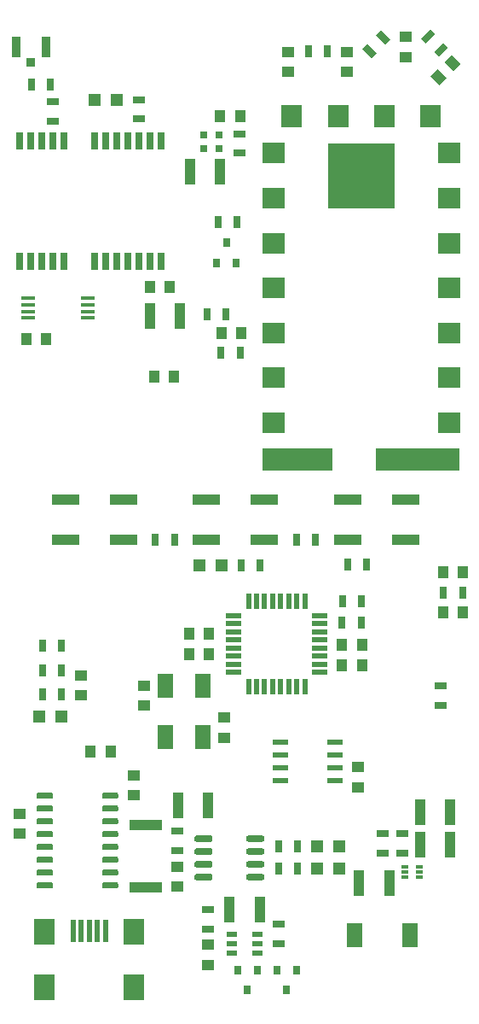
<source format=gbr>
G04 #@! TF.GenerationSoftware,KiCad,Pcbnew,(5.1.5)-3*
G04 #@! TF.CreationDate,2020-05-20T20:16:18+02:00*
G04 #@! TF.ProjectId,SAR-APRS,5341522d-4150-4525-932e-6b696361645f,rev?*
G04 #@! TF.SameCoordinates,Original*
G04 #@! TF.FileFunction,Paste,Top*
G04 #@! TF.FilePolarity,Positive*
%FSLAX46Y46*%
G04 Gerber Fmt 4.6, Leading zero omitted, Abs format (unit mm)*
G04 Created by KiCad (PCBNEW (5.1.5)-3) date 2020-05-20 20:16:18*
%MOMM*%
%LPD*%
G04 APERTURE LIST*
%ADD10R,1.000000X2.500000*%
%ADD11R,1.000000X1.250000*%
%ADD12R,0.800000X0.750000*%
%ADD13R,0.700000X0.300000*%
%ADD14R,0.950000X2.100000*%
%ADD15R,0.900000X0.950000*%
%ADD16R,0.800000X0.900000*%
%ADD17R,2.200000X2.000000*%
%ADD18R,2.000000X2.200000*%
%ADD19R,7.000000X2.200000*%
%ADD20R,8.400000X2.200000*%
%ADD21R,6.600000X6.500000*%
%ADD22R,1.550000X0.600000*%
%ADD23R,0.550000X1.600000*%
%ADD24R,1.600000X0.550000*%
%ADD25R,1.250000X1.000000*%
%ADD26C,1.000000*%
%ADD27R,0.700000X1.300000*%
%ADD28R,1.000760X0.500000*%
%ADD29R,1.000760X0.501040*%
%ADD30R,3.200000X1.000000*%
%ADD31R,2.000000X2.500000*%
%ADD32R,0.500000X2.300000*%
%ADD33R,1.300000X0.700000*%
%ADD34R,0.800000X1.800000*%
%ADD35R,1.500000X2.400000*%
%ADD36R,1.450000X0.450000*%
%ADD37R,2.750000X1.000000*%
%ADD38R,1.200000X1.200000*%
G04 APERTURE END LIST*
D10*
X123500000Y-66500000D03*
X120500000Y-66500000D03*
D11*
X123500000Y-61000000D03*
X125500000Y-61000000D03*
D12*
X121850000Y-64200000D03*
X123350000Y-64200000D03*
X121850000Y-62800000D03*
X123350000Y-62800000D03*
D13*
X143300000Y-135900000D03*
X143300000Y-136400000D03*
X141800000Y-135900000D03*
X143300000Y-135400000D03*
X141800000Y-136400000D03*
X141800000Y-135400000D03*
D10*
X143350000Y-133150000D03*
X146350000Y-133150000D03*
X140300000Y-137000000D03*
X137300000Y-137000000D03*
D14*
X103225000Y-54100000D03*
X106175000Y-54100000D03*
D15*
X104700000Y-55625000D03*
D16*
X124100000Y-73500000D03*
X125050000Y-75500000D03*
X123150000Y-75500000D03*
X130100000Y-147600000D03*
X129150000Y-145600000D03*
X131050000Y-145600000D03*
X126200000Y-147600000D03*
X125250000Y-145600000D03*
X127150000Y-145600000D03*
D17*
X128800000Y-64650000D03*
X128800000Y-69100000D03*
X128800000Y-73550000D03*
X128800000Y-78000000D03*
X128800000Y-82450000D03*
X128800000Y-86900000D03*
X128800000Y-91350000D03*
X146200000Y-64650000D03*
X146200000Y-69100000D03*
X146200000Y-73550000D03*
X146200000Y-78000000D03*
X146200000Y-82450000D03*
X146200000Y-86900000D03*
X146200000Y-91350000D03*
D18*
X130600000Y-61000000D03*
X135200000Y-61000000D03*
X139800000Y-61000000D03*
X144400000Y-61000000D03*
D19*
X131200000Y-95000000D03*
D20*
X143100000Y-95000000D03*
D21*
X137500000Y-66900000D03*
D22*
X129500000Y-122995000D03*
X129500000Y-124265000D03*
X129500000Y-125535000D03*
X129500000Y-126805000D03*
X134900000Y-126805000D03*
X134900000Y-125535000D03*
X134900000Y-124265000D03*
X134900000Y-122995000D03*
D23*
X126300000Y-109050000D03*
X127100000Y-109050000D03*
X127900000Y-109050000D03*
X128700000Y-109050000D03*
X129500000Y-109050000D03*
X130300000Y-109050000D03*
X131100000Y-109050000D03*
X131900000Y-109050000D03*
D24*
X133350000Y-110500000D03*
X133350000Y-111300000D03*
X133350000Y-112100000D03*
X133350000Y-112900000D03*
X133350000Y-113700000D03*
X133350000Y-114500000D03*
X133350000Y-115300000D03*
X133350000Y-116100000D03*
D23*
X131900000Y-117550000D03*
X131100000Y-117550000D03*
X130300000Y-117550000D03*
X129500000Y-117550000D03*
X128700000Y-117550000D03*
X127900000Y-117550000D03*
X127100000Y-117550000D03*
X126300000Y-117550000D03*
D24*
X124850000Y-116100000D03*
X124850000Y-115300000D03*
X124850000Y-114500000D03*
X124850000Y-113700000D03*
X124850000Y-112900000D03*
X124850000Y-112100000D03*
X124850000Y-111300000D03*
X124850000Y-110500000D03*
D25*
X130200000Y-56600000D03*
X130200000Y-54600000D03*
X136100000Y-56600000D03*
X136100000Y-54600000D03*
X141900000Y-55100000D03*
X141900000Y-53100000D03*
D26*
G36*
X145104505Y-56311612D02*
G01*
X145988388Y-57195495D01*
X145281281Y-57902602D01*
X144397398Y-57018719D01*
X145104505Y-56311612D01*
G37*
G36*
X146518719Y-54897398D02*
G01*
X147402602Y-55781281D01*
X146695495Y-56488388D01*
X145811612Y-55604505D01*
X146518719Y-54897398D01*
G37*
D27*
X134150000Y-54500000D03*
X132250000Y-54500000D03*
D26*
G36*
X139883883Y-53835356D02*
G01*
X138964644Y-52916117D01*
X139459619Y-52421142D01*
X140378858Y-53340381D01*
X139883883Y-53835356D01*
G37*
G36*
X138540381Y-55178858D02*
G01*
X137621142Y-54259619D01*
X138116117Y-53764644D01*
X139035356Y-54683883D01*
X138540381Y-55178858D01*
G37*
G36*
X144764644Y-54583883D02*
G01*
X145683883Y-53664644D01*
X146178858Y-54159619D01*
X145259619Y-55078858D01*
X144764644Y-54583883D01*
G37*
G36*
X143421142Y-53240381D02*
G01*
X144340381Y-52321142D01*
X144835356Y-52816117D01*
X143916117Y-53735356D01*
X143421142Y-53240381D01*
G37*
G36*
X106714703Y-128055722D02*
G01*
X106729264Y-128057882D01*
X106743543Y-128061459D01*
X106757403Y-128066418D01*
X106770710Y-128072712D01*
X106783336Y-128080280D01*
X106795159Y-128089048D01*
X106806066Y-128098934D01*
X106815952Y-128109841D01*
X106824720Y-128121664D01*
X106832288Y-128134290D01*
X106838582Y-128147597D01*
X106843541Y-128161457D01*
X106847118Y-128175736D01*
X106849278Y-128190297D01*
X106850000Y-128205000D01*
X106850000Y-128505000D01*
X106849278Y-128519703D01*
X106847118Y-128534264D01*
X106843541Y-128548543D01*
X106838582Y-128562403D01*
X106832288Y-128575710D01*
X106824720Y-128588336D01*
X106815952Y-128600159D01*
X106806066Y-128611066D01*
X106795159Y-128620952D01*
X106783336Y-128629720D01*
X106770710Y-128637288D01*
X106757403Y-128643582D01*
X106743543Y-128648541D01*
X106729264Y-128652118D01*
X106714703Y-128654278D01*
X106700000Y-128655000D01*
X105400000Y-128655000D01*
X105385297Y-128654278D01*
X105370736Y-128652118D01*
X105356457Y-128648541D01*
X105342597Y-128643582D01*
X105329290Y-128637288D01*
X105316664Y-128629720D01*
X105304841Y-128620952D01*
X105293934Y-128611066D01*
X105284048Y-128600159D01*
X105275280Y-128588336D01*
X105267712Y-128575710D01*
X105261418Y-128562403D01*
X105256459Y-128548543D01*
X105252882Y-128534264D01*
X105250722Y-128519703D01*
X105250000Y-128505000D01*
X105250000Y-128205000D01*
X105250722Y-128190297D01*
X105252882Y-128175736D01*
X105256459Y-128161457D01*
X105261418Y-128147597D01*
X105267712Y-128134290D01*
X105275280Y-128121664D01*
X105284048Y-128109841D01*
X105293934Y-128098934D01*
X105304841Y-128089048D01*
X105316664Y-128080280D01*
X105329290Y-128072712D01*
X105342597Y-128066418D01*
X105356457Y-128061459D01*
X105370736Y-128057882D01*
X105385297Y-128055722D01*
X105400000Y-128055000D01*
X106700000Y-128055000D01*
X106714703Y-128055722D01*
G37*
G36*
X106714703Y-129325722D02*
G01*
X106729264Y-129327882D01*
X106743543Y-129331459D01*
X106757403Y-129336418D01*
X106770710Y-129342712D01*
X106783336Y-129350280D01*
X106795159Y-129359048D01*
X106806066Y-129368934D01*
X106815952Y-129379841D01*
X106824720Y-129391664D01*
X106832288Y-129404290D01*
X106838582Y-129417597D01*
X106843541Y-129431457D01*
X106847118Y-129445736D01*
X106849278Y-129460297D01*
X106850000Y-129475000D01*
X106850000Y-129775000D01*
X106849278Y-129789703D01*
X106847118Y-129804264D01*
X106843541Y-129818543D01*
X106838582Y-129832403D01*
X106832288Y-129845710D01*
X106824720Y-129858336D01*
X106815952Y-129870159D01*
X106806066Y-129881066D01*
X106795159Y-129890952D01*
X106783336Y-129899720D01*
X106770710Y-129907288D01*
X106757403Y-129913582D01*
X106743543Y-129918541D01*
X106729264Y-129922118D01*
X106714703Y-129924278D01*
X106700000Y-129925000D01*
X105400000Y-129925000D01*
X105385297Y-129924278D01*
X105370736Y-129922118D01*
X105356457Y-129918541D01*
X105342597Y-129913582D01*
X105329290Y-129907288D01*
X105316664Y-129899720D01*
X105304841Y-129890952D01*
X105293934Y-129881066D01*
X105284048Y-129870159D01*
X105275280Y-129858336D01*
X105267712Y-129845710D01*
X105261418Y-129832403D01*
X105256459Y-129818543D01*
X105252882Y-129804264D01*
X105250722Y-129789703D01*
X105250000Y-129775000D01*
X105250000Y-129475000D01*
X105250722Y-129460297D01*
X105252882Y-129445736D01*
X105256459Y-129431457D01*
X105261418Y-129417597D01*
X105267712Y-129404290D01*
X105275280Y-129391664D01*
X105284048Y-129379841D01*
X105293934Y-129368934D01*
X105304841Y-129359048D01*
X105316664Y-129350280D01*
X105329290Y-129342712D01*
X105342597Y-129336418D01*
X105356457Y-129331459D01*
X105370736Y-129327882D01*
X105385297Y-129325722D01*
X105400000Y-129325000D01*
X106700000Y-129325000D01*
X106714703Y-129325722D01*
G37*
G36*
X106714703Y-130595722D02*
G01*
X106729264Y-130597882D01*
X106743543Y-130601459D01*
X106757403Y-130606418D01*
X106770710Y-130612712D01*
X106783336Y-130620280D01*
X106795159Y-130629048D01*
X106806066Y-130638934D01*
X106815952Y-130649841D01*
X106824720Y-130661664D01*
X106832288Y-130674290D01*
X106838582Y-130687597D01*
X106843541Y-130701457D01*
X106847118Y-130715736D01*
X106849278Y-130730297D01*
X106850000Y-130745000D01*
X106850000Y-131045000D01*
X106849278Y-131059703D01*
X106847118Y-131074264D01*
X106843541Y-131088543D01*
X106838582Y-131102403D01*
X106832288Y-131115710D01*
X106824720Y-131128336D01*
X106815952Y-131140159D01*
X106806066Y-131151066D01*
X106795159Y-131160952D01*
X106783336Y-131169720D01*
X106770710Y-131177288D01*
X106757403Y-131183582D01*
X106743543Y-131188541D01*
X106729264Y-131192118D01*
X106714703Y-131194278D01*
X106700000Y-131195000D01*
X105400000Y-131195000D01*
X105385297Y-131194278D01*
X105370736Y-131192118D01*
X105356457Y-131188541D01*
X105342597Y-131183582D01*
X105329290Y-131177288D01*
X105316664Y-131169720D01*
X105304841Y-131160952D01*
X105293934Y-131151066D01*
X105284048Y-131140159D01*
X105275280Y-131128336D01*
X105267712Y-131115710D01*
X105261418Y-131102403D01*
X105256459Y-131088543D01*
X105252882Y-131074264D01*
X105250722Y-131059703D01*
X105250000Y-131045000D01*
X105250000Y-130745000D01*
X105250722Y-130730297D01*
X105252882Y-130715736D01*
X105256459Y-130701457D01*
X105261418Y-130687597D01*
X105267712Y-130674290D01*
X105275280Y-130661664D01*
X105284048Y-130649841D01*
X105293934Y-130638934D01*
X105304841Y-130629048D01*
X105316664Y-130620280D01*
X105329290Y-130612712D01*
X105342597Y-130606418D01*
X105356457Y-130601459D01*
X105370736Y-130597882D01*
X105385297Y-130595722D01*
X105400000Y-130595000D01*
X106700000Y-130595000D01*
X106714703Y-130595722D01*
G37*
G36*
X106714703Y-131865722D02*
G01*
X106729264Y-131867882D01*
X106743543Y-131871459D01*
X106757403Y-131876418D01*
X106770710Y-131882712D01*
X106783336Y-131890280D01*
X106795159Y-131899048D01*
X106806066Y-131908934D01*
X106815952Y-131919841D01*
X106824720Y-131931664D01*
X106832288Y-131944290D01*
X106838582Y-131957597D01*
X106843541Y-131971457D01*
X106847118Y-131985736D01*
X106849278Y-132000297D01*
X106850000Y-132015000D01*
X106850000Y-132315000D01*
X106849278Y-132329703D01*
X106847118Y-132344264D01*
X106843541Y-132358543D01*
X106838582Y-132372403D01*
X106832288Y-132385710D01*
X106824720Y-132398336D01*
X106815952Y-132410159D01*
X106806066Y-132421066D01*
X106795159Y-132430952D01*
X106783336Y-132439720D01*
X106770710Y-132447288D01*
X106757403Y-132453582D01*
X106743543Y-132458541D01*
X106729264Y-132462118D01*
X106714703Y-132464278D01*
X106700000Y-132465000D01*
X105400000Y-132465000D01*
X105385297Y-132464278D01*
X105370736Y-132462118D01*
X105356457Y-132458541D01*
X105342597Y-132453582D01*
X105329290Y-132447288D01*
X105316664Y-132439720D01*
X105304841Y-132430952D01*
X105293934Y-132421066D01*
X105284048Y-132410159D01*
X105275280Y-132398336D01*
X105267712Y-132385710D01*
X105261418Y-132372403D01*
X105256459Y-132358543D01*
X105252882Y-132344264D01*
X105250722Y-132329703D01*
X105250000Y-132315000D01*
X105250000Y-132015000D01*
X105250722Y-132000297D01*
X105252882Y-131985736D01*
X105256459Y-131971457D01*
X105261418Y-131957597D01*
X105267712Y-131944290D01*
X105275280Y-131931664D01*
X105284048Y-131919841D01*
X105293934Y-131908934D01*
X105304841Y-131899048D01*
X105316664Y-131890280D01*
X105329290Y-131882712D01*
X105342597Y-131876418D01*
X105356457Y-131871459D01*
X105370736Y-131867882D01*
X105385297Y-131865722D01*
X105400000Y-131865000D01*
X106700000Y-131865000D01*
X106714703Y-131865722D01*
G37*
G36*
X106714703Y-133135722D02*
G01*
X106729264Y-133137882D01*
X106743543Y-133141459D01*
X106757403Y-133146418D01*
X106770710Y-133152712D01*
X106783336Y-133160280D01*
X106795159Y-133169048D01*
X106806066Y-133178934D01*
X106815952Y-133189841D01*
X106824720Y-133201664D01*
X106832288Y-133214290D01*
X106838582Y-133227597D01*
X106843541Y-133241457D01*
X106847118Y-133255736D01*
X106849278Y-133270297D01*
X106850000Y-133285000D01*
X106850000Y-133585000D01*
X106849278Y-133599703D01*
X106847118Y-133614264D01*
X106843541Y-133628543D01*
X106838582Y-133642403D01*
X106832288Y-133655710D01*
X106824720Y-133668336D01*
X106815952Y-133680159D01*
X106806066Y-133691066D01*
X106795159Y-133700952D01*
X106783336Y-133709720D01*
X106770710Y-133717288D01*
X106757403Y-133723582D01*
X106743543Y-133728541D01*
X106729264Y-133732118D01*
X106714703Y-133734278D01*
X106700000Y-133735000D01*
X105400000Y-133735000D01*
X105385297Y-133734278D01*
X105370736Y-133732118D01*
X105356457Y-133728541D01*
X105342597Y-133723582D01*
X105329290Y-133717288D01*
X105316664Y-133709720D01*
X105304841Y-133700952D01*
X105293934Y-133691066D01*
X105284048Y-133680159D01*
X105275280Y-133668336D01*
X105267712Y-133655710D01*
X105261418Y-133642403D01*
X105256459Y-133628543D01*
X105252882Y-133614264D01*
X105250722Y-133599703D01*
X105250000Y-133585000D01*
X105250000Y-133285000D01*
X105250722Y-133270297D01*
X105252882Y-133255736D01*
X105256459Y-133241457D01*
X105261418Y-133227597D01*
X105267712Y-133214290D01*
X105275280Y-133201664D01*
X105284048Y-133189841D01*
X105293934Y-133178934D01*
X105304841Y-133169048D01*
X105316664Y-133160280D01*
X105329290Y-133152712D01*
X105342597Y-133146418D01*
X105356457Y-133141459D01*
X105370736Y-133137882D01*
X105385297Y-133135722D01*
X105400000Y-133135000D01*
X106700000Y-133135000D01*
X106714703Y-133135722D01*
G37*
G36*
X106714703Y-134405722D02*
G01*
X106729264Y-134407882D01*
X106743543Y-134411459D01*
X106757403Y-134416418D01*
X106770710Y-134422712D01*
X106783336Y-134430280D01*
X106795159Y-134439048D01*
X106806066Y-134448934D01*
X106815952Y-134459841D01*
X106824720Y-134471664D01*
X106832288Y-134484290D01*
X106838582Y-134497597D01*
X106843541Y-134511457D01*
X106847118Y-134525736D01*
X106849278Y-134540297D01*
X106850000Y-134555000D01*
X106850000Y-134855000D01*
X106849278Y-134869703D01*
X106847118Y-134884264D01*
X106843541Y-134898543D01*
X106838582Y-134912403D01*
X106832288Y-134925710D01*
X106824720Y-134938336D01*
X106815952Y-134950159D01*
X106806066Y-134961066D01*
X106795159Y-134970952D01*
X106783336Y-134979720D01*
X106770710Y-134987288D01*
X106757403Y-134993582D01*
X106743543Y-134998541D01*
X106729264Y-135002118D01*
X106714703Y-135004278D01*
X106700000Y-135005000D01*
X105400000Y-135005000D01*
X105385297Y-135004278D01*
X105370736Y-135002118D01*
X105356457Y-134998541D01*
X105342597Y-134993582D01*
X105329290Y-134987288D01*
X105316664Y-134979720D01*
X105304841Y-134970952D01*
X105293934Y-134961066D01*
X105284048Y-134950159D01*
X105275280Y-134938336D01*
X105267712Y-134925710D01*
X105261418Y-134912403D01*
X105256459Y-134898543D01*
X105252882Y-134884264D01*
X105250722Y-134869703D01*
X105250000Y-134855000D01*
X105250000Y-134555000D01*
X105250722Y-134540297D01*
X105252882Y-134525736D01*
X105256459Y-134511457D01*
X105261418Y-134497597D01*
X105267712Y-134484290D01*
X105275280Y-134471664D01*
X105284048Y-134459841D01*
X105293934Y-134448934D01*
X105304841Y-134439048D01*
X105316664Y-134430280D01*
X105329290Y-134422712D01*
X105342597Y-134416418D01*
X105356457Y-134411459D01*
X105370736Y-134407882D01*
X105385297Y-134405722D01*
X105400000Y-134405000D01*
X106700000Y-134405000D01*
X106714703Y-134405722D01*
G37*
G36*
X106714703Y-135675722D02*
G01*
X106729264Y-135677882D01*
X106743543Y-135681459D01*
X106757403Y-135686418D01*
X106770710Y-135692712D01*
X106783336Y-135700280D01*
X106795159Y-135709048D01*
X106806066Y-135718934D01*
X106815952Y-135729841D01*
X106824720Y-135741664D01*
X106832288Y-135754290D01*
X106838582Y-135767597D01*
X106843541Y-135781457D01*
X106847118Y-135795736D01*
X106849278Y-135810297D01*
X106850000Y-135825000D01*
X106850000Y-136125000D01*
X106849278Y-136139703D01*
X106847118Y-136154264D01*
X106843541Y-136168543D01*
X106838582Y-136182403D01*
X106832288Y-136195710D01*
X106824720Y-136208336D01*
X106815952Y-136220159D01*
X106806066Y-136231066D01*
X106795159Y-136240952D01*
X106783336Y-136249720D01*
X106770710Y-136257288D01*
X106757403Y-136263582D01*
X106743543Y-136268541D01*
X106729264Y-136272118D01*
X106714703Y-136274278D01*
X106700000Y-136275000D01*
X105400000Y-136275000D01*
X105385297Y-136274278D01*
X105370736Y-136272118D01*
X105356457Y-136268541D01*
X105342597Y-136263582D01*
X105329290Y-136257288D01*
X105316664Y-136249720D01*
X105304841Y-136240952D01*
X105293934Y-136231066D01*
X105284048Y-136220159D01*
X105275280Y-136208336D01*
X105267712Y-136195710D01*
X105261418Y-136182403D01*
X105256459Y-136168543D01*
X105252882Y-136154264D01*
X105250722Y-136139703D01*
X105250000Y-136125000D01*
X105250000Y-135825000D01*
X105250722Y-135810297D01*
X105252882Y-135795736D01*
X105256459Y-135781457D01*
X105261418Y-135767597D01*
X105267712Y-135754290D01*
X105275280Y-135741664D01*
X105284048Y-135729841D01*
X105293934Y-135718934D01*
X105304841Y-135709048D01*
X105316664Y-135700280D01*
X105329290Y-135692712D01*
X105342597Y-135686418D01*
X105356457Y-135681459D01*
X105370736Y-135677882D01*
X105385297Y-135675722D01*
X105400000Y-135675000D01*
X106700000Y-135675000D01*
X106714703Y-135675722D01*
G37*
G36*
X106714703Y-136945722D02*
G01*
X106729264Y-136947882D01*
X106743543Y-136951459D01*
X106757403Y-136956418D01*
X106770710Y-136962712D01*
X106783336Y-136970280D01*
X106795159Y-136979048D01*
X106806066Y-136988934D01*
X106815952Y-136999841D01*
X106824720Y-137011664D01*
X106832288Y-137024290D01*
X106838582Y-137037597D01*
X106843541Y-137051457D01*
X106847118Y-137065736D01*
X106849278Y-137080297D01*
X106850000Y-137095000D01*
X106850000Y-137395000D01*
X106849278Y-137409703D01*
X106847118Y-137424264D01*
X106843541Y-137438543D01*
X106838582Y-137452403D01*
X106832288Y-137465710D01*
X106824720Y-137478336D01*
X106815952Y-137490159D01*
X106806066Y-137501066D01*
X106795159Y-137510952D01*
X106783336Y-137519720D01*
X106770710Y-137527288D01*
X106757403Y-137533582D01*
X106743543Y-137538541D01*
X106729264Y-137542118D01*
X106714703Y-137544278D01*
X106700000Y-137545000D01*
X105400000Y-137545000D01*
X105385297Y-137544278D01*
X105370736Y-137542118D01*
X105356457Y-137538541D01*
X105342597Y-137533582D01*
X105329290Y-137527288D01*
X105316664Y-137519720D01*
X105304841Y-137510952D01*
X105293934Y-137501066D01*
X105284048Y-137490159D01*
X105275280Y-137478336D01*
X105267712Y-137465710D01*
X105261418Y-137452403D01*
X105256459Y-137438543D01*
X105252882Y-137424264D01*
X105250722Y-137409703D01*
X105250000Y-137395000D01*
X105250000Y-137095000D01*
X105250722Y-137080297D01*
X105252882Y-137065736D01*
X105256459Y-137051457D01*
X105261418Y-137037597D01*
X105267712Y-137024290D01*
X105275280Y-137011664D01*
X105284048Y-136999841D01*
X105293934Y-136988934D01*
X105304841Y-136979048D01*
X105316664Y-136970280D01*
X105329290Y-136962712D01*
X105342597Y-136956418D01*
X105356457Y-136951459D01*
X105370736Y-136947882D01*
X105385297Y-136945722D01*
X105400000Y-136945000D01*
X106700000Y-136945000D01*
X106714703Y-136945722D01*
G37*
G36*
X113214703Y-136945722D02*
G01*
X113229264Y-136947882D01*
X113243543Y-136951459D01*
X113257403Y-136956418D01*
X113270710Y-136962712D01*
X113283336Y-136970280D01*
X113295159Y-136979048D01*
X113306066Y-136988934D01*
X113315952Y-136999841D01*
X113324720Y-137011664D01*
X113332288Y-137024290D01*
X113338582Y-137037597D01*
X113343541Y-137051457D01*
X113347118Y-137065736D01*
X113349278Y-137080297D01*
X113350000Y-137095000D01*
X113350000Y-137395000D01*
X113349278Y-137409703D01*
X113347118Y-137424264D01*
X113343541Y-137438543D01*
X113338582Y-137452403D01*
X113332288Y-137465710D01*
X113324720Y-137478336D01*
X113315952Y-137490159D01*
X113306066Y-137501066D01*
X113295159Y-137510952D01*
X113283336Y-137519720D01*
X113270710Y-137527288D01*
X113257403Y-137533582D01*
X113243543Y-137538541D01*
X113229264Y-137542118D01*
X113214703Y-137544278D01*
X113200000Y-137545000D01*
X111900000Y-137545000D01*
X111885297Y-137544278D01*
X111870736Y-137542118D01*
X111856457Y-137538541D01*
X111842597Y-137533582D01*
X111829290Y-137527288D01*
X111816664Y-137519720D01*
X111804841Y-137510952D01*
X111793934Y-137501066D01*
X111784048Y-137490159D01*
X111775280Y-137478336D01*
X111767712Y-137465710D01*
X111761418Y-137452403D01*
X111756459Y-137438543D01*
X111752882Y-137424264D01*
X111750722Y-137409703D01*
X111750000Y-137395000D01*
X111750000Y-137095000D01*
X111750722Y-137080297D01*
X111752882Y-137065736D01*
X111756459Y-137051457D01*
X111761418Y-137037597D01*
X111767712Y-137024290D01*
X111775280Y-137011664D01*
X111784048Y-136999841D01*
X111793934Y-136988934D01*
X111804841Y-136979048D01*
X111816664Y-136970280D01*
X111829290Y-136962712D01*
X111842597Y-136956418D01*
X111856457Y-136951459D01*
X111870736Y-136947882D01*
X111885297Y-136945722D01*
X111900000Y-136945000D01*
X113200000Y-136945000D01*
X113214703Y-136945722D01*
G37*
G36*
X113214703Y-135675722D02*
G01*
X113229264Y-135677882D01*
X113243543Y-135681459D01*
X113257403Y-135686418D01*
X113270710Y-135692712D01*
X113283336Y-135700280D01*
X113295159Y-135709048D01*
X113306066Y-135718934D01*
X113315952Y-135729841D01*
X113324720Y-135741664D01*
X113332288Y-135754290D01*
X113338582Y-135767597D01*
X113343541Y-135781457D01*
X113347118Y-135795736D01*
X113349278Y-135810297D01*
X113350000Y-135825000D01*
X113350000Y-136125000D01*
X113349278Y-136139703D01*
X113347118Y-136154264D01*
X113343541Y-136168543D01*
X113338582Y-136182403D01*
X113332288Y-136195710D01*
X113324720Y-136208336D01*
X113315952Y-136220159D01*
X113306066Y-136231066D01*
X113295159Y-136240952D01*
X113283336Y-136249720D01*
X113270710Y-136257288D01*
X113257403Y-136263582D01*
X113243543Y-136268541D01*
X113229264Y-136272118D01*
X113214703Y-136274278D01*
X113200000Y-136275000D01*
X111900000Y-136275000D01*
X111885297Y-136274278D01*
X111870736Y-136272118D01*
X111856457Y-136268541D01*
X111842597Y-136263582D01*
X111829290Y-136257288D01*
X111816664Y-136249720D01*
X111804841Y-136240952D01*
X111793934Y-136231066D01*
X111784048Y-136220159D01*
X111775280Y-136208336D01*
X111767712Y-136195710D01*
X111761418Y-136182403D01*
X111756459Y-136168543D01*
X111752882Y-136154264D01*
X111750722Y-136139703D01*
X111750000Y-136125000D01*
X111750000Y-135825000D01*
X111750722Y-135810297D01*
X111752882Y-135795736D01*
X111756459Y-135781457D01*
X111761418Y-135767597D01*
X111767712Y-135754290D01*
X111775280Y-135741664D01*
X111784048Y-135729841D01*
X111793934Y-135718934D01*
X111804841Y-135709048D01*
X111816664Y-135700280D01*
X111829290Y-135692712D01*
X111842597Y-135686418D01*
X111856457Y-135681459D01*
X111870736Y-135677882D01*
X111885297Y-135675722D01*
X111900000Y-135675000D01*
X113200000Y-135675000D01*
X113214703Y-135675722D01*
G37*
G36*
X113214703Y-134405722D02*
G01*
X113229264Y-134407882D01*
X113243543Y-134411459D01*
X113257403Y-134416418D01*
X113270710Y-134422712D01*
X113283336Y-134430280D01*
X113295159Y-134439048D01*
X113306066Y-134448934D01*
X113315952Y-134459841D01*
X113324720Y-134471664D01*
X113332288Y-134484290D01*
X113338582Y-134497597D01*
X113343541Y-134511457D01*
X113347118Y-134525736D01*
X113349278Y-134540297D01*
X113350000Y-134555000D01*
X113350000Y-134855000D01*
X113349278Y-134869703D01*
X113347118Y-134884264D01*
X113343541Y-134898543D01*
X113338582Y-134912403D01*
X113332288Y-134925710D01*
X113324720Y-134938336D01*
X113315952Y-134950159D01*
X113306066Y-134961066D01*
X113295159Y-134970952D01*
X113283336Y-134979720D01*
X113270710Y-134987288D01*
X113257403Y-134993582D01*
X113243543Y-134998541D01*
X113229264Y-135002118D01*
X113214703Y-135004278D01*
X113200000Y-135005000D01*
X111900000Y-135005000D01*
X111885297Y-135004278D01*
X111870736Y-135002118D01*
X111856457Y-134998541D01*
X111842597Y-134993582D01*
X111829290Y-134987288D01*
X111816664Y-134979720D01*
X111804841Y-134970952D01*
X111793934Y-134961066D01*
X111784048Y-134950159D01*
X111775280Y-134938336D01*
X111767712Y-134925710D01*
X111761418Y-134912403D01*
X111756459Y-134898543D01*
X111752882Y-134884264D01*
X111750722Y-134869703D01*
X111750000Y-134855000D01*
X111750000Y-134555000D01*
X111750722Y-134540297D01*
X111752882Y-134525736D01*
X111756459Y-134511457D01*
X111761418Y-134497597D01*
X111767712Y-134484290D01*
X111775280Y-134471664D01*
X111784048Y-134459841D01*
X111793934Y-134448934D01*
X111804841Y-134439048D01*
X111816664Y-134430280D01*
X111829290Y-134422712D01*
X111842597Y-134416418D01*
X111856457Y-134411459D01*
X111870736Y-134407882D01*
X111885297Y-134405722D01*
X111900000Y-134405000D01*
X113200000Y-134405000D01*
X113214703Y-134405722D01*
G37*
G36*
X113214703Y-133135722D02*
G01*
X113229264Y-133137882D01*
X113243543Y-133141459D01*
X113257403Y-133146418D01*
X113270710Y-133152712D01*
X113283336Y-133160280D01*
X113295159Y-133169048D01*
X113306066Y-133178934D01*
X113315952Y-133189841D01*
X113324720Y-133201664D01*
X113332288Y-133214290D01*
X113338582Y-133227597D01*
X113343541Y-133241457D01*
X113347118Y-133255736D01*
X113349278Y-133270297D01*
X113350000Y-133285000D01*
X113350000Y-133585000D01*
X113349278Y-133599703D01*
X113347118Y-133614264D01*
X113343541Y-133628543D01*
X113338582Y-133642403D01*
X113332288Y-133655710D01*
X113324720Y-133668336D01*
X113315952Y-133680159D01*
X113306066Y-133691066D01*
X113295159Y-133700952D01*
X113283336Y-133709720D01*
X113270710Y-133717288D01*
X113257403Y-133723582D01*
X113243543Y-133728541D01*
X113229264Y-133732118D01*
X113214703Y-133734278D01*
X113200000Y-133735000D01*
X111900000Y-133735000D01*
X111885297Y-133734278D01*
X111870736Y-133732118D01*
X111856457Y-133728541D01*
X111842597Y-133723582D01*
X111829290Y-133717288D01*
X111816664Y-133709720D01*
X111804841Y-133700952D01*
X111793934Y-133691066D01*
X111784048Y-133680159D01*
X111775280Y-133668336D01*
X111767712Y-133655710D01*
X111761418Y-133642403D01*
X111756459Y-133628543D01*
X111752882Y-133614264D01*
X111750722Y-133599703D01*
X111750000Y-133585000D01*
X111750000Y-133285000D01*
X111750722Y-133270297D01*
X111752882Y-133255736D01*
X111756459Y-133241457D01*
X111761418Y-133227597D01*
X111767712Y-133214290D01*
X111775280Y-133201664D01*
X111784048Y-133189841D01*
X111793934Y-133178934D01*
X111804841Y-133169048D01*
X111816664Y-133160280D01*
X111829290Y-133152712D01*
X111842597Y-133146418D01*
X111856457Y-133141459D01*
X111870736Y-133137882D01*
X111885297Y-133135722D01*
X111900000Y-133135000D01*
X113200000Y-133135000D01*
X113214703Y-133135722D01*
G37*
G36*
X113214703Y-131865722D02*
G01*
X113229264Y-131867882D01*
X113243543Y-131871459D01*
X113257403Y-131876418D01*
X113270710Y-131882712D01*
X113283336Y-131890280D01*
X113295159Y-131899048D01*
X113306066Y-131908934D01*
X113315952Y-131919841D01*
X113324720Y-131931664D01*
X113332288Y-131944290D01*
X113338582Y-131957597D01*
X113343541Y-131971457D01*
X113347118Y-131985736D01*
X113349278Y-132000297D01*
X113350000Y-132015000D01*
X113350000Y-132315000D01*
X113349278Y-132329703D01*
X113347118Y-132344264D01*
X113343541Y-132358543D01*
X113338582Y-132372403D01*
X113332288Y-132385710D01*
X113324720Y-132398336D01*
X113315952Y-132410159D01*
X113306066Y-132421066D01*
X113295159Y-132430952D01*
X113283336Y-132439720D01*
X113270710Y-132447288D01*
X113257403Y-132453582D01*
X113243543Y-132458541D01*
X113229264Y-132462118D01*
X113214703Y-132464278D01*
X113200000Y-132465000D01*
X111900000Y-132465000D01*
X111885297Y-132464278D01*
X111870736Y-132462118D01*
X111856457Y-132458541D01*
X111842597Y-132453582D01*
X111829290Y-132447288D01*
X111816664Y-132439720D01*
X111804841Y-132430952D01*
X111793934Y-132421066D01*
X111784048Y-132410159D01*
X111775280Y-132398336D01*
X111767712Y-132385710D01*
X111761418Y-132372403D01*
X111756459Y-132358543D01*
X111752882Y-132344264D01*
X111750722Y-132329703D01*
X111750000Y-132315000D01*
X111750000Y-132015000D01*
X111750722Y-132000297D01*
X111752882Y-131985736D01*
X111756459Y-131971457D01*
X111761418Y-131957597D01*
X111767712Y-131944290D01*
X111775280Y-131931664D01*
X111784048Y-131919841D01*
X111793934Y-131908934D01*
X111804841Y-131899048D01*
X111816664Y-131890280D01*
X111829290Y-131882712D01*
X111842597Y-131876418D01*
X111856457Y-131871459D01*
X111870736Y-131867882D01*
X111885297Y-131865722D01*
X111900000Y-131865000D01*
X113200000Y-131865000D01*
X113214703Y-131865722D01*
G37*
G36*
X113214703Y-130595722D02*
G01*
X113229264Y-130597882D01*
X113243543Y-130601459D01*
X113257403Y-130606418D01*
X113270710Y-130612712D01*
X113283336Y-130620280D01*
X113295159Y-130629048D01*
X113306066Y-130638934D01*
X113315952Y-130649841D01*
X113324720Y-130661664D01*
X113332288Y-130674290D01*
X113338582Y-130687597D01*
X113343541Y-130701457D01*
X113347118Y-130715736D01*
X113349278Y-130730297D01*
X113350000Y-130745000D01*
X113350000Y-131045000D01*
X113349278Y-131059703D01*
X113347118Y-131074264D01*
X113343541Y-131088543D01*
X113338582Y-131102403D01*
X113332288Y-131115710D01*
X113324720Y-131128336D01*
X113315952Y-131140159D01*
X113306066Y-131151066D01*
X113295159Y-131160952D01*
X113283336Y-131169720D01*
X113270710Y-131177288D01*
X113257403Y-131183582D01*
X113243543Y-131188541D01*
X113229264Y-131192118D01*
X113214703Y-131194278D01*
X113200000Y-131195000D01*
X111900000Y-131195000D01*
X111885297Y-131194278D01*
X111870736Y-131192118D01*
X111856457Y-131188541D01*
X111842597Y-131183582D01*
X111829290Y-131177288D01*
X111816664Y-131169720D01*
X111804841Y-131160952D01*
X111793934Y-131151066D01*
X111784048Y-131140159D01*
X111775280Y-131128336D01*
X111767712Y-131115710D01*
X111761418Y-131102403D01*
X111756459Y-131088543D01*
X111752882Y-131074264D01*
X111750722Y-131059703D01*
X111750000Y-131045000D01*
X111750000Y-130745000D01*
X111750722Y-130730297D01*
X111752882Y-130715736D01*
X111756459Y-130701457D01*
X111761418Y-130687597D01*
X111767712Y-130674290D01*
X111775280Y-130661664D01*
X111784048Y-130649841D01*
X111793934Y-130638934D01*
X111804841Y-130629048D01*
X111816664Y-130620280D01*
X111829290Y-130612712D01*
X111842597Y-130606418D01*
X111856457Y-130601459D01*
X111870736Y-130597882D01*
X111885297Y-130595722D01*
X111900000Y-130595000D01*
X113200000Y-130595000D01*
X113214703Y-130595722D01*
G37*
G36*
X113214703Y-129325722D02*
G01*
X113229264Y-129327882D01*
X113243543Y-129331459D01*
X113257403Y-129336418D01*
X113270710Y-129342712D01*
X113283336Y-129350280D01*
X113295159Y-129359048D01*
X113306066Y-129368934D01*
X113315952Y-129379841D01*
X113324720Y-129391664D01*
X113332288Y-129404290D01*
X113338582Y-129417597D01*
X113343541Y-129431457D01*
X113347118Y-129445736D01*
X113349278Y-129460297D01*
X113350000Y-129475000D01*
X113350000Y-129775000D01*
X113349278Y-129789703D01*
X113347118Y-129804264D01*
X113343541Y-129818543D01*
X113338582Y-129832403D01*
X113332288Y-129845710D01*
X113324720Y-129858336D01*
X113315952Y-129870159D01*
X113306066Y-129881066D01*
X113295159Y-129890952D01*
X113283336Y-129899720D01*
X113270710Y-129907288D01*
X113257403Y-129913582D01*
X113243543Y-129918541D01*
X113229264Y-129922118D01*
X113214703Y-129924278D01*
X113200000Y-129925000D01*
X111900000Y-129925000D01*
X111885297Y-129924278D01*
X111870736Y-129922118D01*
X111856457Y-129918541D01*
X111842597Y-129913582D01*
X111829290Y-129907288D01*
X111816664Y-129899720D01*
X111804841Y-129890952D01*
X111793934Y-129881066D01*
X111784048Y-129870159D01*
X111775280Y-129858336D01*
X111767712Y-129845710D01*
X111761418Y-129832403D01*
X111756459Y-129818543D01*
X111752882Y-129804264D01*
X111750722Y-129789703D01*
X111750000Y-129775000D01*
X111750000Y-129475000D01*
X111750722Y-129460297D01*
X111752882Y-129445736D01*
X111756459Y-129431457D01*
X111761418Y-129417597D01*
X111767712Y-129404290D01*
X111775280Y-129391664D01*
X111784048Y-129379841D01*
X111793934Y-129368934D01*
X111804841Y-129359048D01*
X111816664Y-129350280D01*
X111829290Y-129342712D01*
X111842597Y-129336418D01*
X111856457Y-129331459D01*
X111870736Y-129327882D01*
X111885297Y-129325722D01*
X111900000Y-129325000D01*
X113200000Y-129325000D01*
X113214703Y-129325722D01*
G37*
G36*
X113214703Y-128055722D02*
G01*
X113229264Y-128057882D01*
X113243543Y-128061459D01*
X113257403Y-128066418D01*
X113270710Y-128072712D01*
X113283336Y-128080280D01*
X113295159Y-128089048D01*
X113306066Y-128098934D01*
X113315952Y-128109841D01*
X113324720Y-128121664D01*
X113332288Y-128134290D01*
X113338582Y-128147597D01*
X113343541Y-128161457D01*
X113347118Y-128175736D01*
X113349278Y-128190297D01*
X113350000Y-128205000D01*
X113350000Y-128505000D01*
X113349278Y-128519703D01*
X113347118Y-128534264D01*
X113343541Y-128548543D01*
X113338582Y-128562403D01*
X113332288Y-128575710D01*
X113324720Y-128588336D01*
X113315952Y-128600159D01*
X113306066Y-128611066D01*
X113295159Y-128620952D01*
X113283336Y-128629720D01*
X113270710Y-128637288D01*
X113257403Y-128643582D01*
X113243543Y-128648541D01*
X113229264Y-128652118D01*
X113214703Y-128654278D01*
X113200000Y-128655000D01*
X111900000Y-128655000D01*
X111885297Y-128654278D01*
X111870736Y-128652118D01*
X111856457Y-128648541D01*
X111842597Y-128643582D01*
X111829290Y-128637288D01*
X111816664Y-128629720D01*
X111804841Y-128620952D01*
X111793934Y-128611066D01*
X111784048Y-128600159D01*
X111775280Y-128588336D01*
X111767712Y-128575710D01*
X111761418Y-128562403D01*
X111756459Y-128548543D01*
X111752882Y-128534264D01*
X111750722Y-128519703D01*
X111750000Y-128505000D01*
X111750000Y-128205000D01*
X111750722Y-128190297D01*
X111752882Y-128175736D01*
X111756459Y-128161457D01*
X111761418Y-128147597D01*
X111767712Y-128134290D01*
X111775280Y-128121664D01*
X111784048Y-128109841D01*
X111793934Y-128098934D01*
X111804841Y-128089048D01*
X111816664Y-128080280D01*
X111829290Y-128072712D01*
X111842597Y-128066418D01*
X111856457Y-128061459D01*
X111870736Y-128057882D01*
X111885297Y-128055722D01*
X111900000Y-128055000D01*
X113200000Y-128055000D01*
X113214703Y-128055722D01*
G37*
G36*
X122564703Y-132295722D02*
G01*
X122579264Y-132297882D01*
X122593543Y-132301459D01*
X122607403Y-132306418D01*
X122620710Y-132312712D01*
X122633336Y-132320280D01*
X122645159Y-132329048D01*
X122656066Y-132338934D01*
X122665952Y-132349841D01*
X122674720Y-132361664D01*
X122682288Y-132374290D01*
X122688582Y-132387597D01*
X122693541Y-132401457D01*
X122697118Y-132415736D01*
X122699278Y-132430297D01*
X122700000Y-132445000D01*
X122700000Y-132745000D01*
X122699278Y-132759703D01*
X122697118Y-132774264D01*
X122693541Y-132788543D01*
X122688582Y-132802403D01*
X122682288Y-132815710D01*
X122674720Y-132828336D01*
X122665952Y-132840159D01*
X122656066Y-132851066D01*
X122645159Y-132860952D01*
X122633336Y-132869720D01*
X122620710Y-132877288D01*
X122607403Y-132883582D01*
X122593543Y-132888541D01*
X122579264Y-132892118D01*
X122564703Y-132894278D01*
X122550000Y-132895000D01*
X121100000Y-132895000D01*
X121085297Y-132894278D01*
X121070736Y-132892118D01*
X121056457Y-132888541D01*
X121042597Y-132883582D01*
X121029290Y-132877288D01*
X121016664Y-132869720D01*
X121004841Y-132860952D01*
X120993934Y-132851066D01*
X120984048Y-132840159D01*
X120975280Y-132828336D01*
X120967712Y-132815710D01*
X120961418Y-132802403D01*
X120956459Y-132788543D01*
X120952882Y-132774264D01*
X120950722Y-132759703D01*
X120950000Y-132745000D01*
X120950000Y-132445000D01*
X120950722Y-132430297D01*
X120952882Y-132415736D01*
X120956459Y-132401457D01*
X120961418Y-132387597D01*
X120967712Y-132374290D01*
X120975280Y-132361664D01*
X120984048Y-132349841D01*
X120993934Y-132338934D01*
X121004841Y-132329048D01*
X121016664Y-132320280D01*
X121029290Y-132312712D01*
X121042597Y-132306418D01*
X121056457Y-132301459D01*
X121070736Y-132297882D01*
X121085297Y-132295722D01*
X121100000Y-132295000D01*
X122550000Y-132295000D01*
X122564703Y-132295722D01*
G37*
G36*
X122564703Y-133565722D02*
G01*
X122579264Y-133567882D01*
X122593543Y-133571459D01*
X122607403Y-133576418D01*
X122620710Y-133582712D01*
X122633336Y-133590280D01*
X122645159Y-133599048D01*
X122656066Y-133608934D01*
X122665952Y-133619841D01*
X122674720Y-133631664D01*
X122682288Y-133644290D01*
X122688582Y-133657597D01*
X122693541Y-133671457D01*
X122697118Y-133685736D01*
X122699278Y-133700297D01*
X122700000Y-133715000D01*
X122700000Y-134015000D01*
X122699278Y-134029703D01*
X122697118Y-134044264D01*
X122693541Y-134058543D01*
X122688582Y-134072403D01*
X122682288Y-134085710D01*
X122674720Y-134098336D01*
X122665952Y-134110159D01*
X122656066Y-134121066D01*
X122645159Y-134130952D01*
X122633336Y-134139720D01*
X122620710Y-134147288D01*
X122607403Y-134153582D01*
X122593543Y-134158541D01*
X122579264Y-134162118D01*
X122564703Y-134164278D01*
X122550000Y-134165000D01*
X121100000Y-134165000D01*
X121085297Y-134164278D01*
X121070736Y-134162118D01*
X121056457Y-134158541D01*
X121042597Y-134153582D01*
X121029290Y-134147288D01*
X121016664Y-134139720D01*
X121004841Y-134130952D01*
X120993934Y-134121066D01*
X120984048Y-134110159D01*
X120975280Y-134098336D01*
X120967712Y-134085710D01*
X120961418Y-134072403D01*
X120956459Y-134058543D01*
X120952882Y-134044264D01*
X120950722Y-134029703D01*
X120950000Y-134015000D01*
X120950000Y-133715000D01*
X120950722Y-133700297D01*
X120952882Y-133685736D01*
X120956459Y-133671457D01*
X120961418Y-133657597D01*
X120967712Y-133644290D01*
X120975280Y-133631664D01*
X120984048Y-133619841D01*
X120993934Y-133608934D01*
X121004841Y-133599048D01*
X121016664Y-133590280D01*
X121029290Y-133582712D01*
X121042597Y-133576418D01*
X121056457Y-133571459D01*
X121070736Y-133567882D01*
X121085297Y-133565722D01*
X121100000Y-133565000D01*
X122550000Y-133565000D01*
X122564703Y-133565722D01*
G37*
G36*
X122564703Y-134835722D02*
G01*
X122579264Y-134837882D01*
X122593543Y-134841459D01*
X122607403Y-134846418D01*
X122620710Y-134852712D01*
X122633336Y-134860280D01*
X122645159Y-134869048D01*
X122656066Y-134878934D01*
X122665952Y-134889841D01*
X122674720Y-134901664D01*
X122682288Y-134914290D01*
X122688582Y-134927597D01*
X122693541Y-134941457D01*
X122697118Y-134955736D01*
X122699278Y-134970297D01*
X122700000Y-134985000D01*
X122700000Y-135285000D01*
X122699278Y-135299703D01*
X122697118Y-135314264D01*
X122693541Y-135328543D01*
X122688582Y-135342403D01*
X122682288Y-135355710D01*
X122674720Y-135368336D01*
X122665952Y-135380159D01*
X122656066Y-135391066D01*
X122645159Y-135400952D01*
X122633336Y-135409720D01*
X122620710Y-135417288D01*
X122607403Y-135423582D01*
X122593543Y-135428541D01*
X122579264Y-135432118D01*
X122564703Y-135434278D01*
X122550000Y-135435000D01*
X121100000Y-135435000D01*
X121085297Y-135434278D01*
X121070736Y-135432118D01*
X121056457Y-135428541D01*
X121042597Y-135423582D01*
X121029290Y-135417288D01*
X121016664Y-135409720D01*
X121004841Y-135400952D01*
X120993934Y-135391066D01*
X120984048Y-135380159D01*
X120975280Y-135368336D01*
X120967712Y-135355710D01*
X120961418Y-135342403D01*
X120956459Y-135328543D01*
X120952882Y-135314264D01*
X120950722Y-135299703D01*
X120950000Y-135285000D01*
X120950000Y-134985000D01*
X120950722Y-134970297D01*
X120952882Y-134955736D01*
X120956459Y-134941457D01*
X120961418Y-134927597D01*
X120967712Y-134914290D01*
X120975280Y-134901664D01*
X120984048Y-134889841D01*
X120993934Y-134878934D01*
X121004841Y-134869048D01*
X121016664Y-134860280D01*
X121029290Y-134852712D01*
X121042597Y-134846418D01*
X121056457Y-134841459D01*
X121070736Y-134837882D01*
X121085297Y-134835722D01*
X121100000Y-134835000D01*
X122550000Y-134835000D01*
X122564703Y-134835722D01*
G37*
G36*
X122564703Y-136105722D02*
G01*
X122579264Y-136107882D01*
X122593543Y-136111459D01*
X122607403Y-136116418D01*
X122620710Y-136122712D01*
X122633336Y-136130280D01*
X122645159Y-136139048D01*
X122656066Y-136148934D01*
X122665952Y-136159841D01*
X122674720Y-136171664D01*
X122682288Y-136184290D01*
X122688582Y-136197597D01*
X122693541Y-136211457D01*
X122697118Y-136225736D01*
X122699278Y-136240297D01*
X122700000Y-136255000D01*
X122700000Y-136555000D01*
X122699278Y-136569703D01*
X122697118Y-136584264D01*
X122693541Y-136598543D01*
X122688582Y-136612403D01*
X122682288Y-136625710D01*
X122674720Y-136638336D01*
X122665952Y-136650159D01*
X122656066Y-136661066D01*
X122645159Y-136670952D01*
X122633336Y-136679720D01*
X122620710Y-136687288D01*
X122607403Y-136693582D01*
X122593543Y-136698541D01*
X122579264Y-136702118D01*
X122564703Y-136704278D01*
X122550000Y-136705000D01*
X121100000Y-136705000D01*
X121085297Y-136704278D01*
X121070736Y-136702118D01*
X121056457Y-136698541D01*
X121042597Y-136693582D01*
X121029290Y-136687288D01*
X121016664Y-136679720D01*
X121004841Y-136670952D01*
X120993934Y-136661066D01*
X120984048Y-136650159D01*
X120975280Y-136638336D01*
X120967712Y-136625710D01*
X120961418Y-136612403D01*
X120956459Y-136598543D01*
X120952882Y-136584264D01*
X120950722Y-136569703D01*
X120950000Y-136555000D01*
X120950000Y-136255000D01*
X120950722Y-136240297D01*
X120952882Y-136225736D01*
X120956459Y-136211457D01*
X120961418Y-136197597D01*
X120967712Y-136184290D01*
X120975280Y-136171664D01*
X120984048Y-136159841D01*
X120993934Y-136148934D01*
X121004841Y-136139048D01*
X121016664Y-136130280D01*
X121029290Y-136122712D01*
X121042597Y-136116418D01*
X121056457Y-136111459D01*
X121070736Y-136107882D01*
X121085297Y-136105722D01*
X121100000Y-136105000D01*
X122550000Y-136105000D01*
X122564703Y-136105722D01*
G37*
G36*
X127714703Y-136105722D02*
G01*
X127729264Y-136107882D01*
X127743543Y-136111459D01*
X127757403Y-136116418D01*
X127770710Y-136122712D01*
X127783336Y-136130280D01*
X127795159Y-136139048D01*
X127806066Y-136148934D01*
X127815952Y-136159841D01*
X127824720Y-136171664D01*
X127832288Y-136184290D01*
X127838582Y-136197597D01*
X127843541Y-136211457D01*
X127847118Y-136225736D01*
X127849278Y-136240297D01*
X127850000Y-136255000D01*
X127850000Y-136555000D01*
X127849278Y-136569703D01*
X127847118Y-136584264D01*
X127843541Y-136598543D01*
X127838582Y-136612403D01*
X127832288Y-136625710D01*
X127824720Y-136638336D01*
X127815952Y-136650159D01*
X127806066Y-136661066D01*
X127795159Y-136670952D01*
X127783336Y-136679720D01*
X127770710Y-136687288D01*
X127757403Y-136693582D01*
X127743543Y-136698541D01*
X127729264Y-136702118D01*
X127714703Y-136704278D01*
X127700000Y-136705000D01*
X126250000Y-136705000D01*
X126235297Y-136704278D01*
X126220736Y-136702118D01*
X126206457Y-136698541D01*
X126192597Y-136693582D01*
X126179290Y-136687288D01*
X126166664Y-136679720D01*
X126154841Y-136670952D01*
X126143934Y-136661066D01*
X126134048Y-136650159D01*
X126125280Y-136638336D01*
X126117712Y-136625710D01*
X126111418Y-136612403D01*
X126106459Y-136598543D01*
X126102882Y-136584264D01*
X126100722Y-136569703D01*
X126100000Y-136555000D01*
X126100000Y-136255000D01*
X126100722Y-136240297D01*
X126102882Y-136225736D01*
X126106459Y-136211457D01*
X126111418Y-136197597D01*
X126117712Y-136184290D01*
X126125280Y-136171664D01*
X126134048Y-136159841D01*
X126143934Y-136148934D01*
X126154841Y-136139048D01*
X126166664Y-136130280D01*
X126179290Y-136122712D01*
X126192597Y-136116418D01*
X126206457Y-136111459D01*
X126220736Y-136107882D01*
X126235297Y-136105722D01*
X126250000Y-136105000D01*
X127700000Y-136105000D01*
X127714703Y-136105722D01*
G37*
G36*
X127714703Y-134835722D02*
G01*
X127729264Y-134837882D01*
X127743543Y-134841459D01*
X127757403Y-134846418D01*
X127770710Y-134852712D01*
X127783336Y-134860280D01*
X127795159Y-134869048D01*
X127806066Y-134878934D01*
X127815952Y-134889841D01*
X127824720Y-134901664D01*
X127832288Y-134914290D01*
X127838582Y-134927597D01*
X127843541Y-134941457D01*
X127847118Y-134955736D01*
X127849278Y-134970297D01*
X127850000Y-134985000D01*
X127850000Y-135285000D01*
X127849278Y-135299703D01*
X127847118Y-135314264D01*
X127843541Y-135328543D01*
X127838582Y-135342403D01*
X127832288Y-135355710D01*
X127824720Y-135368336D01*
X127815952Y-135380159D01*
X127806066Y-135391066D01*
X127795159Y-135400952D01*
X127783336Y-135409720D01*
X127770710Y-135417288D01*
X127757403Y-135423582D01*
X127743543Y-135428541D01*
X127729264Y-135432118D01*
X127714703Y-135434278D01*
X127700000Y-135435000D01*
X126250000Y-135435000D01*
X126235297Y-135434278D01*
X126220736Y-135432118D01*
X126206457Y-135428541D01*
X126192597Y-135423582D01*
X126179290Y-135417288D01*
X126166664Y-135409720D01*
X126154841Y-135400952D01*
X126143934Y-135391066D01*
X126134048Y-135380159D01*
X126125280Y-135368336D01*
X126117712Y-135355710D01*
X126111418Y-135342403D01*
X126106459Y-135328543D01*
X126102882Y-135314264D01*
X126100722Y-135299703D01*
X126100000Y-135285000D01*
X126100000Y-134985000D01*
X126100722Y-134970297D01*
X126102882Y-134955736D01*
X126106459Y-134941457D01*
X126111418Y-134927597D01*
X126117712Y-134914290D01*
X126125280Y-134901664D01*
X126134048Y-134889841D01*
X126143934Y-134878934D01*
X126154841Y-134869048D01*
X126166664Y-134860280D01*
X126179290Y-134852712D01*
X126192597Y-134846418D01*
X126206457Y-134841459D01*
X126220736Y-134837882D01*
X126235297Y-134835722D01*
X126250000Y-134835000D01*
X127700000Y-134835000D01*
X127714703Y-134835722D01*
G37*
G36*
X127714703Y-133565722D02*
G01*
X127729264Y-133567882D01*
X127743543Y-133571459D01*
X127757403Y-133576418D01*
X127770710Y-133582712D01*
X127783336Y-133590280D01*
X127795159Y-133599048D01*
X127806066Y-133608934D01*
X127815952Y-133619841D01*
X127824720Y-133631664D01*
X127832288Y-133644290D01*
X127838582Y-133657597D01*
X127843541Y-133671457D01*
X127847118Y-133685736D01*
X127849278Y-133700297D01*
X127850000Y-133715000D01*
X127850000Y-134015000D01*
X127849278Y-134029703D01*
X127847118Y-134044264D01*
X127843541Y-134058543D01*
X127838582Y-134072403D01*
X127832288Y-134085710D01*
X127824720Y-134098336D01*
X127815952Y-134110159D01*
X127806066Y-134121066D01*
X127795159Y-134130952D01*
X127783336Y-134139720D01*
X127770710Y-134147288D01*
X127757403Y-134153582D01*
X127743543Y-134158541D01*
X127729264Y-134162118D01*
X127714703Y-134164278D01*
X127700000Y-134165000D01*
X126250000Y-134165000D01*
X126235297Y-134164278D01*
X126220736Y-134162118D01*
X126206457Y-134158541D01*
X126192597Y-134153582D01*
X126179290Y-134147288D01*
X126166664Y-134139720D01*
X126154841Y-134130952D01*
X126143934Y-134121066D01*
X126134048Y-134110159D01*
X126125280Y-134098336D01*
X126117712Y-134085710D01*
X126111418Y-134072403D01*
X126106459Y-134058543D01*
X126102882Y-134044264D01*
X126100722Y-134029703D01*
X126100000Y-134015000D01*
X126100000Y-133715000D01*
X126100722Y-133700297D01*
X126102882Y-133685736D01*
X126106459Y-133671457D01*
X126111418Y-133657597D01*
X126117712Y-133644290D01*
X126125280Y-133631664D01*
X126134048Y-133619841D01*
X126143934Y-133608934D01*
X126154841Y-133599048D01*
X126166664Y-133590280D01*
X126179290Y-133582712D01*
X126192597Y-133576418D01*
X126206457Y-133571459D01*
X126220736Y-133567882D01*
X126235297Y-133565722D01*
X126250000Y-133565000D01*
X127700000Y-133565000D01*
X127714703Y-133565722D01*
G37*
G36*
X127714703Y-132295722D02*
G01*
X127729264Y-132297882D01*
X127743543Y-132301459D01*
X127757403Y-132306418D01*
X127770710Y-132312712D01*
X127783336Y-132320280D01*
X127795159Y-132329048D01*
X127806066Y-132338934D01*
X127815952Y-132349841D01*
X127824720Y-132361664D01*
X127832288Y-132374290D01*
X127838582Y-132387597D01*
X127843541Y-132401457D01*
X127847118Y-132415736D01*
X127849278Y-132430297D01*
X127850000Y-132445000D01*
X127850000Y-132745000D01*
X127849278Y-132759703D01*
X127847118Y-132774264D01*
X127843541Y-132788543D01*
X127838582Y-132802403D01*
X127832288Y-132815710D01*
X127824720Y-132828336D01*
X127815952Y-132840159D01*
X127806066Y-132851066D01*
X127795159Y-132860952D01*
X127783336Y-132869720D01*
X127770710Y-132877288D01*
X127757403Y-132883582D01*
X127743543Y-132888541D01*
X127729264Y-132892118D01*
X127714703Y-132894278D01*
X127700000Y-132895000D01*
X126250000Y-132895000D01*
X126235297Y-132894278D01*
X126220736Y-132892118D01*
X126206457Y-132888541D01*
X126192597Y-132883582D01*
X126179290Y-132877288D01*
X126166664Y-132869720D01*
X126154841Y-132860952D01*
X126143934Y-132851066D01*
X126134048Y-132840159D01*
X126125280Y-132828336D01*
X126117712Y-132815710D01*
X126111418Y-132802403D01*
X126106459Y-132788543D01*
X126102882Y-132774264D01*
X126100722Y-132759703D01*
X126100000Y-132745000D01*
X126100000Y-132445000D01*
X126100722Y-132430297D01*
X126102882Y-132415736D01*
X126106459Y-132401457D01*
X126111418Y-132387597D01*
X126117712Y-132374290D01*
X126125280Y-132361664D01*
X126134048Y-132349841D01*
X126143934Y-132338934D01*
X126154841Y-132329048D01*
X126166664Y-132320280D01*
X126179290Y-132312712D01*
X126192597Y-132306418D01*
X126206457Y-132301459D01*
X126220736Y-132297882D01*
X126235297Y-132295722D01*
X126250000Y-132295000D01*
X127700000Y-132295000D01*
X127714703Y-132295722D01*
G37*
D28*
X124630000Y-143952500D03*
X124630000Y-143000000D03*
D29*
X124630000Y-142047500D03*
D28*
X127170000Y-142047500D03*
X127170000Y-143000000D03*
X127170000Y-143952500D03*
D27*
X106650000Y-57800000D03*
X104750000Y-57800000D03*
D30*
X116100000Y-131200000D03*
X116100000Y-137400000D03*
D31*
X114950000Y-147300000D03*
X114950000Y-141800000D03*
X106050000Y-147300000D03*
X106050000Y-141800000D03*
D32*
X112100000Y-141700000D03*
X111300000Y-141700000D03*
X110500000Y-141700000D03*
X109700000Y-141700000D03*
X108900000Y-141700000D03*
D11*
X112600000Y-124000000D03*
X110600000Y-124000000D03*
X116500000Y-77900000D03*
X118500000Y-77900000D03*
X106200000Y-83100000D03*
X104200000Y-83100000D03*
X116900000Y-86800000D03*
X118900000Y-86800000D03*
D25*
X103600000Y-130100000D03*
X103600000Y-132100000D03*
D27*
X147550000Y-108200000D03*
X145650000Y-108200000D03*
D33*
X125400000Y-62750000D03*
X125400000Y-64650000D03*
D27*
X124050000Y-80600000D03*
X122150000Y-80600000D03*
X125450000Y-84400000D03*
X123550000Y-84400000D03*
X125150000Y-71500000D03*
X123250000Y-71500000D03*
D33*
X119250000Y-131850001D03*
X119250000Y-133750001D03*
D27*
X131200000Y-135600000D03*
X129300000Y-135600000D03*
X131200000Y-133350000D03*
X129300000Y-133350000D03*
D33*
X122250000Y-139650000D03*
X122250000Y-141550000D03*
X129300000Y-143000000D03*
X129300000Y-141100000D03*
X141550000Y-132100000D03*
X141550000Y-134000000D03*
X139600000Y-134000000D03*
X139600000Y-132100000D03*
D27*
X127450000Y-105500000D03*
X125550000Y-105500000D03*
X135650000Y-109100000D03*
X137550000Y-109100000D03*
X137500000Y-111200000D03*
X135600000Y-111200000D03*
X136150000Y-105400000D03*
X138050000Y-105400000D03*
X131050000Y-103000000D03*
X132950000Y-103000000D03*
D33*
X145400000Y-117450000D03*
X145400000Y-119350000D03*
D27*
X117050000Y-103000000D03*
X118950000Y-103000000D03*
X105850000Y-113500000D03*
X107750000Y-113500000D03*
X105850000Y-115900000D03*
X107750000Y-115900000D03*
X107750000Y-118300000D03*
X105850000Y-118300000D03*
D33*
X106900000Y-61449999D03*
X106900000Y-59549999D03*
D34*
X117600000Y-63399999D03*
X116500000Y-63399999D03*
X115400000Y-63399999D03*
X114300000Y-63399999D03*
X113200000Y-63399999D03*
X112100000Y-63399999D03*
X111000000Y-63399999D03*
X108000000Y-63399999D03*
X106900000Y-63399999D03*
X105800000Y-63399999D03*
X104700000Y-63399999D03*
X103600000Y-63399999D03*
X103600000Y-75399999D03*
X104700000Y-75399999D03*
X105800000Y-75399999D03*
X106900000Y-75399999D03*
X108000000Y-75399999D03*
X111000000Y-75399999D03*
X112100000Y-75399999D03*
X113200000Y-75399999D03*
X114300000Y-75399999D03*
X115400000Y-75399999D03*
X117600000Y-75399999D03*
X116500000Y-75399999D03*
D10*
X122300000Y-129300000D03*
X119300000Y-129300000D03*
X127400000Y-139600000D03*
X124400000Y-139600000D03*
X146350000Y-130000000D03*
X143350000Y-130000000D03*
D35*
X142350000Y-142200000D03*
X136850000Y-142200000D03*
D10*
X119500000Y-80800000D03*
X116500000Y-80800000D03*
D36*
X110350000Y-80975000D03*
X110350000Y-80325000D03*
X110350000Y-79675000D03*
X110350000Y-79025000D03*
X104450000Y-79025000D03*
X104450000Y-79675000D03*
X104450000Y-80325000D03*
X104450000Y-80975000D03*
D37*
X141880000Y-103000000D03*
X136120000Y-103000000D03*
X136120000Y-99000000D03*
X141880000Y-99000000D03*
X127880000Y-103000000D03*
X122120000Y-103000000D03*
X122120000Y-99000000D03*
X127880000Y-99000000D03*
X113880000Y-103000000D03*
X108120000Y-103000000D03*
X108120000Y-99000000D03*
X113880000Y-99000000D03*
D11*
X147600000Y-106200000D03*
X145600000Y-106200000D03*
X145600000Y-110200000D03*
X147600000Y-110200000D03*
X125600000Y-82500000D03*
X123600000Y-82500000D03*
D25*
X119250000Y-135350000D03*
X119250000Y-137350000D03*
X122250000Y-145100000D03*
X122250000Y-143100000D03*
X137200000Y-127500000D03*
X137200000Y-125500000D03*
D11*
X120400000Y-114300000D03*
X122400000Y-114300000D03*
X122400000Y-112300000D03*
X120400000Y-112300000D03*
X135600000Y-115400000D03*
X137600000Y-115400000D03*
D25*
X115900000Y-117400000D03*
X115900000Y-119400000D03*
D11*
X137600000Y-113400000D03*
X135600000Y-113400000D03*
D25*
X114900000Y-126300000D03*
X114900000Y-128300000D03*
X123900000Y-122600000D03*
X123900000Y-120600000D03*
X109700000Y-118400000D03*
X109700000Y-116400000D03*
D33*
X115400000Y-61250000D03*
X115400000Y-59350000D03*
D38*
X133150000Y-135600000D03*
X135350000Y-135600000D03*
X133149999Y-133350000D03*
X135349999Y-133350000D03*
X121400000Y-105500000D03*
X123600000Y-105500000D03*
X105500000Y-120500000D03*
X107700000Y-120500000D03*
X111000000Y-59400000D03*
X113200000Y-59400000D03*
D35*
X118050000Y-117460000D03*
X118050000Y-122540000D03*
X121750000Y-122540000D03*
X121750000Y-117460000D03*
M02*

</source>
